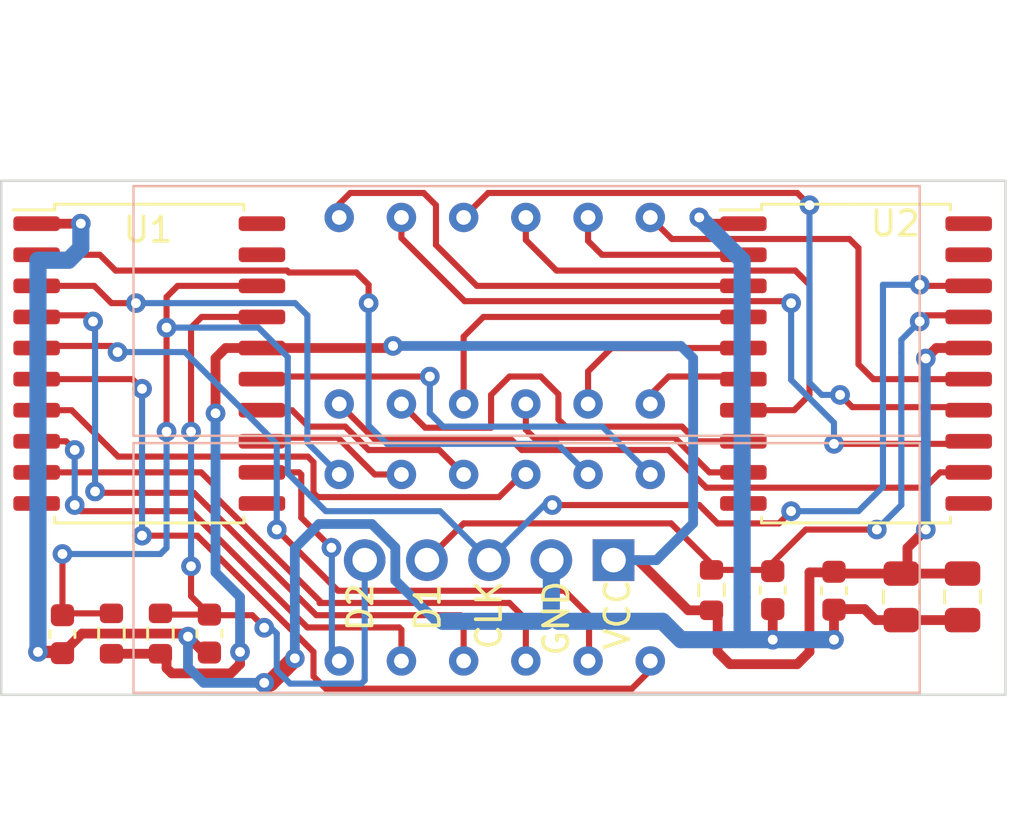
<source format=kicad_pcb>
(kicad_pcb (version 20221018) (generator pcbnew)
  (layers (0 "F.Cu" signal) (31 "B.Cu" signal) (34 "B.Paste" user) (35 "F.Paste" user) (36 "B.SilkS" user "B.Silkscreen") (37 "F.SilkS" user "F.Silkscreen") (38 "B.Mask" user) (39 "F.Mask" user) (44 "Edge.Cuts" user))
  (net 0 "")
  (net 5 "GND")
  (net 6 "CLK")
  (net 7 "DIO_1")
  (net 8 "VCC")
  (net 9 "DIO_2")
  (net 10 "Net-(LED1-E)")
  (net 11 "Net-(LED1-D)")
  (net 12 "Net-(LED1-DP)")
  (net 13 "Net-(LED1-C)")
  (net 16 "Net-(LED1-G)")
  (net 17 "Net-(LED1-DIG4)")
  (net 18 "Net-(LED1-B)")
  (net 19 "Net-(LED1-DIG3)")
  (net 20 "Net-(LED1-DIG2)")
  (net 21 "Net-(LED1-F)")
  (net 22 "Net-(LED1-A)")
  (net 25 "Net-(LED1-DIG1)")
  (net 26 "Net-(LED2-E)")
  (net 27 "Net-(LED2-D)")
  (net 28 "Net-(LED2-DP)")
  (net 29 "Net-(LED2-C)")
  (net 30 "Net-(LED2-G)")
  (net 31 "Net-(LED2-DIG4)")
  (net 32 "Net-(LED2-B)")
  (net 33 "Net-(LED2-DIG3)")
  (net 34 "Net-(LED2-DIG2)")
  (net 35 "Net-(LED2-F)")
  (net 36 "Net-(LED2-A)")
  (net 37 "Net-(LED2-DIG1)")
  (footprint "Package_SO:SOP-20_7.5x12.8mm_P1.27mm" (layer "F.Cu") (at 134.9 77.47)
    (fp_text reference "U2" (at 1.6 -5.72) (layer "F.SilkS"))
    (fp_text value "TM1637")
    (fp_line (start -3.86 -6.51) (end -3.86 -6.275) (stroke (width 0.12)) (layer "F.SilkS"))
    (fp_line (start -3.86 -6.275) (end -5.55 -6.275) (stroke (width 0.12)) (layer "F.SilkS"))
    (fp_line (start -3.86 6.51) (end -3.86 6.275) (stroke (width 0.12)) (layer "F.SilkS"))
    (fp_line (start 0 -6.51) (end -3.86 -6.51) (stroke (width 0.12)) (layer "F.SilkS"))
    (fp_line (start 0 -6.51) (end 3.86 -6.51) (stroke (width 0.12)) (layer "F.SilkS"))
    (fp_line (start 0 6.51) (end -3.86 6.51) (stroke (width 0.12)) (layer "F.SilkS"))
    (fp_line (start 0 6.51) (end 3.86 6.51) (stroke (width 0.12)) (layer "F.SilkS"))
    (fp_line (start 3.86 -6.51) (end 3.86 -6.275) (stroke (width 0.12)) (layer "F.SilkS"))
    (fp_line (start 3.86 6.51) (end 3.86 6.275) (stroke (width 0.12)) (layer "F.SilkS"))
    (pad "1" smd roundrect (at -4.6 -5.715) (size 1.9 0.6) (layers "F.Cu" "F.Paste" "F.Mask") (net 5 "GND"))
    (pad "2" smd roundrect (at -4.6 -4.445) (size 1.9 0.6) (layers "F.Cu" "F.Paste" "F.Mask") (net 22 "Net-(LED1-A)"))
    (pad "3" smd roundrect (at -4.6 -3.175) (size 1.9 0.6) (layers "F.Cu" "F.Paste" "F.Mask") (net 18 "Net-(LED1-B)"))
    (pad "4" smd roundrect (at -4.6 -1.905) (size 1.9 0.6) (layers "F.Cu" "F.Paste" "F.Mask") (net 13 "Net-(LED1-C)"))
    (pad "5" smd roundrect (at -4.6 -0.635) (size 1.9 0.6) (layers "F.Cu" "F.Paste" "F.Mask") (net 11 "Net-(LED1-D)"))
    (pad "6" smd roundrect (at -4.6 0.635) (size 1.9 0.6) (layers "F.Cu" "F.Paste" "F.Mask") (net 10 "Net-(LED1-E)"))
    (pad "7" smd roundrect (at -4.6 1.905) (size 1.9 0.6) (layers "F.Cu" "F.Paste" "F.Mask") (net 21 "Net-(LED1-F)"))
    (pad "8" smd roundrect (at -4.6 3.175) (size 1.9 0.6) (layers "F.Cu" "F.Paste" "F.Mask") (net 16 "Net-(LED1-G)"))
    (pad "9" smd roundrect (at -4.6 4.445) (size 1.9 0.6) (layers "F.Cu" "F.Paste" "F.Mask") (net 12 "Net-(LED1-DP)"))
    (pad "10" smd roundrect (at -4.6 5.715) (size 1.9 0.6) (layers "F.Cu" "F.Paste" "F.Mask"))
    (pad "11" smd roundrect (at 4.6 5.715) (size 1.9 0.6) (layers "F.Cu" "F.Paste" "F.Mask"))
    (pad "12" smd roundrect (at 4.6 4.445) (size 1.9 0.6) (layers "F.Cu" "F.Paste" "F.Mask") (net 17 "Net-(LED1-DIG4)"))
    (pad "13" smd roundrect (at 4.6 3.175) (size 1.9 0.6) (layers "F.Cu" "F.Paste" "F.Mask") (net 19 "Net-(LED1-DIG3)"))
    (pad "14" smd roundrect (at 4.6 1.905) (size 1.9 0.6) (layers "F.Cu" "F.Paste" "F.Mask") (net 20 "Net-(LED1-DIG2)"))
    (pad "15" smd roundrect (at 4.6 0.635) (size 1.9 0.6) (layers "F.Cu" "F.Paste" "F.Mask") (net 25 "Net-(LED1-DIG1)"))
    (pad "16" smd roundrect (at 4.6 -0.635) (size 1.9 0.6) (layers "F.Cu" "F.Paste" "F.Mask") (net 8 "VCC"))
    (pad "17" smd roundrect (at 4.6 -1.905) (size 1.9 0.6) (layers "F.Cu" "F.Paste" "F.Mask") (net 7 "DIO_1"))
    (pad "18" smd roundrect (at 4.6 -3.175) (size 1.9 0.6) (layers "F.Cu" "F.Paste" "F.Mask") (net 6 "CLK"))
    (pad "19" smd roundrect (at 4.6 -4.445) (size 1.9 0.6) (layers "F.Cu" "F.Paste" "F.Mask"))
    (pad "20" smd roundrect (at 4.6 -5.715) (size 1.9 0.6) (layers "F.Cu" "F.Paste" "F.Mask"))
  )
  (footprint "Capacitor_SMD:C_0603_1608Metric" (layer "F.Cu") (at 131.5 86.725 -90)
    (fp_text reference "C2" hide)
    (fp_text value "100p")
    (fp_line (start -0.14058 -0.51) (end 0.14058 -0.51) (stroke (width 0.12)) (layer "F.SilkS"))
    (fp_line (start -0.14058 0.51) (end 0.14058 0.51) (stroke (width 0.12)) (layer "F.SilkS"))
    (pad "1" smd roundrect (at -0.775 0 270) (size 0.9 0.95) (layers "F.Cu" "F.Paste" "F.Mask") (net 7 "DIO_1"))
    (pad "2" smd roundrect (at 0.775 0 270) (size 0.9 0.95) (layers "F.Cu" "F.Paste" "F.Mask") (net 5 "GND"))
  )
  (footprint "Resistor_SMD:R_0603_1608Metric" (layer "F.Cu") (at 129 86.725 90)
    (fp_text reference "R2" hide)
    (fp_text value "10k")
    (fp_line (start -0.237258 -0.5225) (end 0.237258 -0.5225) (stroke (width 0.12)) (layer "F.SilkS"))
    (fp_line (start -0.237258 0.5225) (end 0.237258 0.5225) (stroke (width 0.12)) (layer "F.SilkS"))
    (pad "1" smd roundrect (at -0.825 0 90) (size 0.8 0.95) (layers "F.Cu" "F.Paste" "F.Mask") (net 8 "VCC"))
    (pad "2" smd roundrect (at 0.825 0 90) (size 0.8 0.95) (layers "F.Cu" "F.Paste" "F.Mask") (net 7 "DIO_1"))
  )
  (footprint "Capacitor_SMD:C_0603_1608Metric" (layer "F.Cu") (at 108.5 88.5 -90)
    (fp_text reference "C8" hide)
    (fp_text value "100p")
    (fp_line (start -0.14058 -0.51) (end 0.14058 -0.51) (stroke (width 0.12)) (layer "F.SilkS"))
    (fp_line (start -0.14058 0.51) (end 0.14058 0.51) (stroke (width 0.12)) (layer "F.SilkS"))
    (pad "1" smd roundrect (at -0.775 0 270) (size 0.9 0.95) (layers "F.Cu" "F.Paste" "F.Mask") (net 9 "DIO_2"))
    (pad "2" smd roundrect (at 0.775 0 270) (size 0.9 0.95) (layers "F.Cu" "F.Paste" "F.Mask") (net 5 "GND"))
  )
  (footprint "Capacitor_SMD:C_0805_2012Metric" (layer "F.Cu") (at 136.75 87 90)
    (fp_text reference "C3" hide)
    (fp_text value "1uF")
    (fp_line (start -0.261252 -0.735) (end 0.261252 -0.735) (stroke (width 0.12)) (layer "F.SilkS"))
    (fp_line (start -0.261252 0.735) (end 0.261252 0.735) (stroke (width 0.12)) (layer "F.SilkS"))
    (pad "1" smd roundrect (at -0.95 0 90) (size 1 1.45) (layers "F.Cu" "F.Paste" "F.Mask") (net 5 "GND"))
    (pad "2" smd roundrect (at 0.95 0 90) (size 1 1.45) (layers "F.Cu" "F.Paste" "F.Mask") (net 8 "VCC"))
  )
  (footprint "Capacitor_SMD:C_0603_1608Metric" (layer "F.Cu") (at 134 86.75 90)
    (fp_text reference "C4" hide)
    (fp_text value "0,1uF")
    (fp_line (start -0.14058 -0.51) (end 0.14058 -0.51) (stroke (width 0.12)) (layer "F.SilkS"))
    (fp_line (start -0.14058 0.51) (end 0.14058 0.51) (stroke (width 0.12)) (layer "F.SilkS"))
    (pad "1" smd roundrect (at -0.775 0 90) (size 0.9 0.95) (layers "F.Cu" "F.Paste" "F.Mask") (net 5 "GND"))
    (pad "2" smd roundrect (at 0.775 0 90) (size 0.9 0.95) (layers "F.Cu" "F.Paste" "F.Mask") (net 8 "VCC"))
  )
  (footprint "Package_SO:SOP-20_7.5x12.8mm_P1.27mm" (layer "F.Cu") (at 106.045 77.47)
    (fp_text reference "U1" (at -0.045 -5.47) (layer "F.SilkS"))
    (fp_text value "TM1637")
    (fp_line (start -3.86 -6.51) (end -3.86 -6.275) (stroke (width 0.12)) (layer "F.SilkS"))
    (fp_line (start -3.86 -6.275) (end -5.55 -6.275) (stroke (width 0.12)) (layer "F.SilkS"))
    (fp_line (start -3.86 6.51) (end -3.86 6.275) (stroke (width 0.12)) (layer "F.SilkS"))
    (fp_line (start 0 -6.51) (end -3.86 -6.51) (stroke (width 0.12)) (layer "F.SilkS"))
    (fp_line (start 0 -6.51) (end 3.86 -6.51) (stroke (width 0.12)) (layer "F.SilkS"))
    (fp_line (start 0 6.51) (end -3.86 6.51) (stroke (width 0.12)) (layer "F.SilkS"))
    (fp_line (start 0 6.51) (end 3.86 6.51) (stroke (width 0.12)) (layer "F.SilkS"))
    (fp_line (start 3.86 -6.51) (end 3.86 -6.275) (stroke (width 0.12)) (layer "F.SilkS"))
    (fp_line (start 3.86 6.51) (end 3.86 6.275) (stroke (width 0.12)) (layer "F.SilkS"))
    (pad "1" smd roundrect (at -4.6 -5.715) (size 1.9 0.6) (layers "F.Cu" "F.Paste" "F.Mask") (net 5 "GND"))
    (pad "2" smd roundrect (at -4.6 -4.445) (size 1.9 0.6) (layers "F.Cu" "F.Paste" "F.Mask") (net 36 "Net-(LED2-A)"))
    (pad "3" smd roundrect (at -4.6 -3.175) (size 1.9 0.6) (layers "F.Cu" "F.Paste" "F.Mask") (net 32 "Net-(LED2-B)"))
    (pad "4" smd roundrect (at -4.6 -1.905) (size 1.9 0.6) (layers "F.Cu" "F.Paste" "F.Mask") (net 29 "Net-(LED2-C)"))
    (pad "5" smd roundrect (at -4.6 -0.635) (size 1.9 0.6) (layers "F.Cu" "F.Paste" "F.Mask") (net 27 "Net-(LED2-D)"))
    (pad "6" smd roundrect (at -4.6 0.635) (size 1.9 0.6) (layers "F.Cu" "F.Paste" "F.Mask") (net 26 "Net-(LED2-E)"))
    (pad "7" smd roundrect (at -4.6 1.905) (size 1.9 0.6) (layers "F.Cu" "F.Paste" "F.Mask") (net 35 "Net-(LED2-F)"))
    (pad "8" smd roundrect (at -4.6 3.175) (size 1.9 0.6) (layers "F.Cu" "F.Paste" "F.Mask") (net 30 "Net-(LED2-G)"))
    (pad "9" smd roundrect (at -4.6 4.445) (size 1.9 0.6) (layers "F.Cu" "F.Paste" "F.Mask") (net 28 "Net-(LED2-DP)"))
    (pad "10" smd roundrect (at -4.6 5.715) (size 1.9 0.6) (layers "F.Cu" "F.Paste" "F.Mask"))
    (pad "11" smd roundrect (at 4.6 5.715) (size 1.9 0.6) (layers "F.Cu" "F.Paste" "F.Mask"))
    (pad "12" smd roundrect (at 4.6 4.445) (size 1.9 0.6) (layers "F.Cu" "F.Paste" "F.Mask") (net 31 "Net-(LED2-DIG4)"))
    (pad "13" smd roundrect (at 4.6 3.175) (size 1.9 0.6) (layers "F.Cu" "F.Paste" "F.Mask") (net 33 "Net-(LED2-DIG3)"))
    (pad "14" smd roundrect (at 4.6 1.905) (size 1.9 0.6) (layers "F.Cu" "F.Paste" "F.Mask") (net 34 "Net-(LED2-DIG2)"))
    (pad "15" smd roundrect (at 4.6 0.635) (size 1.9 0.6) (layers "F.Cu" "F.Paste" "F.Mask") (net 37 "Net-(LED2-DIG1)"))
    (pad "16" smd roundrect (at 4.6 -0.635) (size 1.9 0.6) (layers "F.Cu" "F.Paste" "F.Mask") (net 8 "VCC"))
    (pad "17" smd roundrect (at 4.6 -1.905) (size 1.9 0.6) (layers "F.Cu" "F.Paste" "F.Mask") (net 9 "DIO_2"))
    (pad "18" smd roundrect (at 4.6 -3.175) (size 1.9 0.6) (layers "F.Cu" "F.Paste" "F.Mask") (net 6 "CLK"))
    (pad "19" smd roundrect (at 4.6 -4.445) (size 1.9 0.6) (layers "F.Cu" "F.Paste" "F.Mask"))
    (pad "20" smd roundrect (at 4.6 -5.715) (size 1.9 0.6) (layers "F.Cu" "F.Paste" "F.Mask"))
  )
  (footprint "Capacitor_SMD:C_0805_2012Metric" (layer "F.Cu") (at 139.25 87 90)
    (fp_text reference "C5" hide)
    (fp_text value "1uF")
    (fp_line (start -0.261252 -0.735) (end 0.261252 -0.735) (stroke (width 0.12)) (layer "F.SilkS"))
    (fp_line (start -0.261252 0.735) (end 0.261252 0.735) (stroke (width 0.12)) (layer "F.SilkS"))
    (pad "1" smd roundrect (at -0.95 0 90) (size 1 1.45) (layers "F.Cu" "F.Paste" "F.Mask") (net 5 "GND"))
    (pad "2" smd roundrect (at 0.95 0 90) (size 1 1.45) (layers "F.Cu" "F.Paste" "F.Mask") (net 8 "VCC"))
  )
  (footprint "Resistor_SMD:R_0603_1608Metric" (layer "F.Cu") (at 104.5 88.5 90)
    (fp_text reference "R1" hide)
    (fp_text value "10k")
    (fp_line (start -0.237258 -0.5225) (end 0.237258 -0.5225) (stroke (width 0.12)) (layer "F.SilkS"))
    (fp_line (start -0.237258 0.5225) (end 0.237258 0.5225) (stroke (width 0.12)) (layer "F.SilkS"))
    (pad "1" smd roundrect (at -0.825 0 90) (size 0.8 0.95) (layers "F.Cu" "F.Paste" "F.Mask") (net 8 "VCC"))
    (pad "2" smd roundrect (at 0.825 0 90) (size 0.8 0.95) (layers "F.Cu" "F.Paste" "F.Mask") (net 6 "CLK"))
  )
  (footprint "Capacitor_SMD:C_0603_1608Metric" (layer "F.Cu") (at 102.5 88.525 90)
    (fp_text reference "C1" hide)
    (fp_text value "100p")
    (fp_line (start -0.14058 -0.51) (end 0.14058 -0.51) (stroke (width 0.12)) (layer "F.SilkS"))
    (fp_line (start -0.14058 0.51) (end 0.14058 0.51) (stroke (width 0.12)) (layer "F.SilkS"))
    (pad "1" smd roundrect (at -0.775 0 90) (size 0.9 0.95) (layers "F.Cu" "F.Paste" "F.Mask") (net 5 "GND"))
    (pad "2" smd roundrect (at 0.775 0 90) (size 0.9 0.95) (layers "F.Cu" "F.Paste" "F.Mask") (net 6 "CLK"))
  )
  (footprint "Connector_PinHeader_2.54mm:PinHeader_1x05_P2.54mm_Horizontal" (layer "F.Cu") (at 125 85.5 -90)
    (fp_text reference "J1" hide)
    (fp_text value "Conn_01x05_Pin")
    (pad "1" thru_hole rect (at 0 0 270) (size 1.7 1.7) (drill 1) (layers "*.Cu" "*.Mask") (net 8 "VCC"))
    (pad "2" thru_hole oval (at 0 2.54 270) (size 1.7 1.7) (drill 1) (layers "*.Cu" "*.Mask") (net 5 "GND"))
    (pad "3" thru_hole oval (at 0 5.08 270) (size 1.7 1.7) (drill 1) (layers "*.Cu" "*.Mask") (net 6 "CLK"))
    (pad "4" thru_hole oval (at 0 7.62 270) (size 1.7 1.7) (drill 1) (layers "*.Cu" "*.Mask") (net 7 "DIO_1"))
    (pad "5" thru_hole oval (at 0 10.16 270) (size 1.7 1.7) (drill 1) (layers "*.Cu" "*.Mask") (net 9 "DIO_2"))
  )
  (footprint "Resistor_SMD:R_0603_1608Metric" (layer "F.Cu") (at 106.5 88.5 90)
    (fp_text reference "R4" hide)
    (fp_text value "10k")
    (fp_line (start -0.237258 -0.5225) (end 0.237258 -0.5225) (stroke (width 0.12)) (layer "F.SilkS"))
    (fp_line (start -0.237258 0.5225) (end 0.237258 0.5225) (stroke (width 0.12)) (layer "F.SilkS"))
    (pad "1" smd roundrect (at -0.825 0 90) (size 0.8 0.95) (layers "F.Cu" "F.Paste" "F.Mask") (net 8 "VCC"))
    (pad "2" smd roundrect (at 0.825 0 90) (size 0.8 0.95) (layers "F.Cu" "F.Paste" "F.Mask") (net 9 "DIO_2"))
  )
  (footprint "7segment_2841BS:2841BS" (layer "B.Cu") (at 126.5 89.62 180)
    (fp_text reference "LED2" hide)
    (fp_text value "2841BS")
    (fp_line (start -11 -1.3) (end 5 -1.3) (stroke (width 0.1)) (layer "B.SilkS"))
    (fp_line (start -11 8.9) (end -11 -1.3) (stroke (width 0.1)) (layer "B.SilkS"))
    (fp_line (start 5 -1.3) (end 21.1 -1.3) (stroke (width 0.1)) (layer "B.SilkS"))
    (fp_line (start 21.1 -1.3) (end 21.1 8.9) (stroke (width 0.1)) (layer "B.SilkS"))
    (fp_line (start 21.1 8.9) (end -11 8.9) (stroke (width 0.1)) (layer "B.SilkS"))
    (pad "1" thru_hole circle (at 0 0 180) (size 1.2 1.2) (drill 0.6) (layers "*.Cu" "*.Mask") (net 26 "Net-(LED2-E)"))
    (pad "2" thru_hole circle (at 2.54 0 180) (size 1.2 1.2) (drill 0.6) (layers "*.Cu" "*.Mask") (net 27 "Net-(LED2-D)"))
    (pad "3" thru_hole circle (at 5.08 0 180) (size 1.2 1.2) (drill 0.6) (layers "*.Cu" "*.Mask") (net 28 "Net-(LED2-DP)"))
    (pad "4" thru_hole circle (at 7.62 0 180) (size 1.2 1.2) (drill 0.6) (layers "*.Cu" "*.Mask") (net 29 "Net-(LED2-C)"))
    (pad "5" thru_hole circle (at 10.16 0 180) (size 1.2 1.2) (drill 0.6) (layers "*.Cu" "*.Mask") (net 30 "Net-(LED2-G)"))
    (pad "6" thru_hole circle (at 12.7 0 180) (size 1.2 1.2) (drill 0.6) (layers "*.Cu" "*.Mask") (net 31 "Net-(LED2-DIG4)"))
    (pad "7" thru_hole circle (at 12.7 7.62 180) (size 1.2 1.2) (drill 0.6) (layers "*.Cu" "*.Mask") (net 32 "Net-(LED2-B)"))
    (pad "8" thru_hole circle (at 10.16 7.62 180) (size 1.2 1.2) (drill 0.6) (layers "*.Cu" "*.Mask") (net 33 "Net-(LED2-DIG3)"))
    (pad "9" thru_hole circle (at 7.62 7.62 180) (size 1.2 1.2) (drill 0.6) (layers "*.Cu" "*.Mask") (net 34 "Net-(LED2-DIG2)"))
    (pad "10" thru_hole circle (at 5.08 7.62 180) (size 1.2 1.2) (drill 0.6) (layers "*.Cu" "*.Mask") (net 35 "Net-(LED2-F)"))
    (pad "11" thru_hole circle (at 2.54 7.62 180) (size 1.2 1.2) (drill 0.6) (layers "*.Cu" "*.Mask") (net 36 "Net-(LED2-A)"))
    (pad "12" thru_hole circle (at 0 7.62 180) (size 1.2 1.2) (drill 0.6) (layers "*.Cu" "*.Mask") (net 37 "Net-(LED2-DIG1)"))
  )
  (footprint "7segment_2841BS:2841BS" (layer "B.Cu") (at 126.5 79.12 180)
    (fp_text reference "LED1" hide)
    (fp_text value "2841BS")
    (fp_line (start -11 -1.3) (end 5 -1.3) (stroke (width 0.1)) (layer "B.SilkS"))
    (fp_line (start -11 8.9) (end -11 -1.3) (stroke (width 0.1)) (layer "B.SilkS"))
    (fp_line (start 5 -1.3) (end 21.1 -1.3) (stroke (width 0.1)) (layer "B.SilkS"))
    (fp_line (start 21.1 -1.3) (end 21.1 8.9) (stroke (width 0.1)) (layer "B.SilkS"))
    (fp_line (start 21.1 8.9) (end -11 8.9) (stroke (width 0.1)) (layer "B.SilkS"))
    (pad "1" thru_hole circle (at 0 0 180) (size 1.2 1.2) (drill 0.6) (layers "*.Cu" "*.Mask") (net 10 "Net-(LED1-E)"))
    (pad "2" thru_hole circle (at 2.54 0 180) (size 1.2 1.2) (drill 0.6) (layers "*.Cu" "*.Mask") (net 11 "Net-(LED1-D)"))
    (pad "3" thru_hole circle (at 5.08 0 180) (size 1.2 1.2) (drill 0.6) (layers "*.Cu" "*.Mask") (net 12 "Net-(LED1-DP)"))
    (pad "4" thru_hole circle (at 7.62 0 180) (size 1.2 1.2) (drill 0.6) (layers "*.Cu" "*.Mask") (net 13 "Net-(LED1-C)"))
    (pad "5" thru_hole circle (at 10.16 0 180) (size 1.2 1.2) (drill 0.6) (layers "*.Cu" "*.Mask") (net 16 "Net-(LED1-G)"))
    (pad "6" thru_hole circle (at 12.7 0 180) (size 1.2 1.2) (drill 0.6) (layers "*.Cu" "*.Mask") (net 17 "Net-(LED1-DIG4)"))
    (pad "7" thru_hole circle (at 12.7 7.62 180) (size 1.2 1.2) (drill 0.6) (layers "*.Cu" "*.Mask") (net 18 "Net-(LED1-B)"))
    (pad "8" thru_hole circle (at 10.16 7.62 180) (size 1.2 1.2) (drill 0.6) (layers "*.Cu" "*.Mask") (net 19 "Net-(LED1-DIG3)"))
    (pad "9" thru_hole circle (at 7.62 7.62 180) (size 1.2 1.2) (drill 0.6) (layers "*.Cu" "*.Mask") (net 20 "Net-(LED1-DIG2)"))
    (pad "10" thru_hole circle (at 5.08 7.62 180) (size 1.2 1.2) (drill 0.6) (layers "*.Cu" "*.Mask") (net 21 "Net-(LED1-F)"))
    (pad "11" thru_hole circle (at 2.54 7.62 180) (size 1.2 1.2) (drill 0.6) (layers "*.Cu" "*.Mask") (net 22 "Net-(LED1-A)"))
    (pad "12" thru_hole circle (at 0 7.62 180) (size 1.2 1.2) (drill 0.6) (layers "*.Cu" "*.Mask") (net 25 "Net-(LED1-DIG1)"))
  )
  (gr_rect (start 100 70) (end 141 91) (stroke (width 0.1)) (fill none) (layer "Edge.Cuts"))
  (gr_text "GND" (at 123.25 89.5 90) (layer "F.SilkS") (effects (font (size 1 1)) (justify left bottom)))
  (gr_text "D1" (at 118 88.5 90) (layer "F.SilkS") (effects (font (size 1 1)) (justify left bottom)))
  (gr_text "CLK" (at 120.5 89.25 90) (layer "F.SilkS") (effects (font (size 1 1)) (justify left bottom)))
  (gr_text "VCC" (at 125.75 89.25 90) (layer "F.SilkS") (effects (font (size 1 1)) (justify left bottom)))
  (gr_text "D2" (at 115.25 88.5 90) (layer "F.SilkS") (effects (font (size 1 1)) (justify left bottom)))
  (segment (start 128.755 71.755) (end 128.5 71.5) (width 0.25) (layer "F.Cu") (net 5))
  (segment (start 101.445 71.755) (end 103.245 71.755) (width 0.4) (layer "F.Cu") (net 5))
  (segment (start 131.5 87.75) (end 131.25 87.5) (width 0.4) (layer "F.Cu") (net 5))
  (segment (start 108.5 89.275) (end 108.275 89.275) (width 0.25) (layer "F.Cu") (net 5))
  (segment (start 135.7 87.95) (end 135.25 87.5) (width 0.4) (layer "F.Cu") (net 5))
  (segment (start 111.987701 89.512299) (end 110.987701 90.512299) (width 0.7) (layer "F.Cu") (net 5))
  (segment (start 135.25 87.5) (end 134.025 87.5) (width 0.4) (layer "F.Cu") (net 5))
  (segment (start 134.025 87.5) (end 134 87.525) (width 0.25) (layer "F.Cu") (net 5))
  (segment (start 134 88.75) (end 134 87.525) (width 0.4) (layer "F.Cu") (net 5))
  (segment (start 110.987701 90.512299) (end 110.737701 90.512299) (width 0.7) (layer "F.Cu") (net 5))
  (segment (start 103.3 88.5) (end 102.5 89.3) (width 0.4) (layer "F.Cu") (net 5))
  (segment (start 136.75 87.95) (end 135.7 87.95) (width 0.4) (layer "F.Cu") (net 5))
  (segment (start 131.5 88.75) (end 131.5 87.75) (width 0.4) (layer "F.Cu") (net 5))
  (segment (start 139.25 87.95) (end 136.75 87.95) (width 0.4) (layer "F.Cu") (net 5))
  (segment (start 103.245 71.755) (end 103.25 71.75) (width 0.25) (layer "F.Cu") (net 5))
  (segment (start 130.3 71.755) (end 128.755 71.755) (width 0.4) (layer "F.Cu") (net 5))
  (segment (start 108.275 89.275) (end 107.625 88.625) (width 0.4) (layer "F.Cu") (net 5))
  (segment (start 107.625 88.625) (end 107.5 88.5) (width 0.4) (layer "F.Cu") (net 5))
  (segment (start 101.5 89.25) (end 102.45 89.25) (width 0.5) (layer "F.Cu") (net 5))
  (segment (start 102.45 89.25) (end 102.5 89.3) (width 0.7) (layer "F.Cu") (net 5))
  (segment (start 107.5 88.5) (end 103.3 88.5) (width 0.4) (layer "F.Cu") (net 5))
  (via (at 101.5 89.25) (size 0.8) (drill 0.4) (layers "F.Cu" "B.Cu") (net 5))
  (via (at 107.625 88.625) (size 0.8) (drill 0.4) (layers "F.Cu" "B.Cu") (net 5))
  (via (at 110.737701 90.512299) (size 0.8) (drill 0.4) (layers "F.Cu" "B.Cu") (net 5))
  (via (at 131.5 88.75) (size 0.8) (drill 0.4) (layers "F.Cu" "B.Cu") (net 5))
  (via (at 103.25 71.75) (size 0.8) (drill 0.4) (layers "F.Cu" "B.Cu") (net 5))
  (via (at 128.5 71.5) (size 0.8) (drill 0.4) (layers "F.Cu" "B.Cu") (net 5))
  (via (at 111.987701 89.512299) (size 0.8) (drill 0.4) (layers "F.Cu" "B.Cu") (net 5))
  (via (at 134 88.75) (size 0.8) (drill 0.4) (layers "F.Cu" "B.Cu") (net 5))
  (segment (start 122.5 87.75) (end 122.46 87.79) (width 0.4) (layer "B.Cu") (net 5))
  (segment (start 130.25 87) (end 130.25 88.75) (width 0.7) (layer "B.Cu") (net 5))
  (segment (start 130.25 73.25) (end 130.25 87) (width 0.7) (layer "B.Cu") (net 5))
  (segment (start 131.5 88.75) (end 134 88.75) (width 0.7) (layer "B.Cu") (net 5))
  (segment (start 111.987701 85.012299) (end 111.987701 89.512299) (width 0.4) (layer "B.Cu") (net 5))
  (segment (start 118.028299 88) (end 117.76415 88) (width 0.4) (layer "B.Cu") (net 5))
  (segment (start 130.25 88.75) (end 131.5 88.75) (width 0.4) (layer "B.Cu") (net 5))
  (segment (start 122.25 88) (end 118.028299 88) (width 0.7) (layer "B.Cu") (net 5))
  (segment (start 127 88) (end 122.75 88) (width 0.7) (layer "B.Cu") (net 5))
  (segment (start 112.975 84.025) (end 111.987701 85.012299) (width 0.4) (layer "B.Cu") (net 5))
  (segment (start 110.737701 90.512299) (end 108.262299 90.512299) (width 0.4) (layer "B.Cu") (net 5))
  (segment (start 101.5 73.25) (end 102.75 73.25) (width 0.7) (layer "B.Cu") (net 5))
  (segment (start 102.75 73.25) (end 103.25 72.75) (width 0.7) (layer "B.Cu") (net 5))
  (segment (start 122.46 87.79) (end 122.25 88) (width 0.4) (layer "B.Cu") (net 5))
  (segment (start 116.09 86.32585) (end 116.09 84.982233) (width 0.4) (layer "B.Cu") (net 5))
  (segment (start 101.5 89.25) (end 101.5 73.25) (width 0.7) (layer "B.Cu") (net 5))
  (segment (start 116.09 84.982233) (end 115.132767 84.025) (width 0.4) (layer "B.Cu") (net 5))
  (segment (start 107.625 89.875) (end 107.625 88.625) (width 0.4) (layer "B.Cu") (net 5))
  (segment (start 108.262299 90.512299) (end 107.625 89.875) (width 0.4) (layer "B.Cu") (net 5))
  (segment (start 122.46 85.5) (end 122.46 87.79) (width 0.7) (layer "B.Cu") (net 5))
  (segment (start 115.132767 84.025) (end 112.975 84.025) (width 0.4) (layer "B.Cu") (net 5))
  (segment (start 117.76415 88) (end 116.09 86.32585) (width 0.4) (layer "B.Cu") (net 5))
  (segment (start 103.25 72.75) (end 103.25 71.75) (width 0.7) (layer "B.Cu") (net 5))
  (segment (start 128.5 71.5) (end 130.25 73.25) (width 0.7) (layer "B.Cu") (net 5))
  (segment (start 127.75 88.75) (end 127 88) (width 0.7) (layer "B.Cu") (net 5))
  (segment (start 131.5 88.75) (end 127.75 88.75) (width 0.7) (layer "B.Cu") (net 5))
  (segment (start 139.5 74.295) (end 137.545 74.295) (width 0.25) (layer "F.Cu") (net 6))
  (segment (start 129.25 84) (end 131.75 84) (width 0.25) (layer "F.Cu") (net 6))
  (segment (start 102.575 87.675) (end 102.5 87.75) (width 0.25) (layer "F.Cu") (net 6))
  (segment (start 137.545 74.295) (end 137.5 74.25) (width 0.25) (layer "F.Cu") (net 6))
  (segment (start 131.75 84) (end 132.25 83.5) (width 0.25) (layer "F.Cu") (net 6))
  (segment (start 104.5 87.675) (end 102.575 87.675) (width 0.25) (layer "F.Cu") (net 6))
  (segment (start 106.75 76) (end 106.75 80.25) (width 0.25) (layer "F.Cu") (net 6))
  (segment (start 110.645 74.295) (end 107.205 74.295) (width 0.25) (layer "F.Cu") (net 6))
  (segment (start 102.5 85.25) (end 102.5 87.75) (width 0.25) (layer "F.Cu") (net 6))
  (segment (start 128.5 83.25) (end 129.25 84) (width 0.25) (layer "F.Cu") (net 6))
  (segment (start 106.75 74.75) (end 106.75 76) (width 0.25) (layer "F.Cu") (net 6))
  (segment (start 107 74.5) (end 106.75 74.75) (width 0.25) (layer "F.Cu") (net 6))
  (segment (start 122.5 83.25) (end 128.5 83.25) (width 0.25) (layer "F.Cu") (net 6))
  (segment (start 107.205 74.295) (end 107 74.5) (width 0.25) (layer "F.Cu") (net 6))
  (via (at 106.75 80.25) (size 0.8) (drill 0.4) (layers "F.Cu" "B.Cu") (net 6))
  (via (at 102.5 85.25) (size 0.8) (drill 0.4) (layers "F.Cu" "B.Cu") (net 6))
  (via (at 106.75 76) (size 0.8) (drill 0.4) (layers "F.Cu" "B.Cu") (net 6))
  (via (at 122.5 83.25) (size 0.8) (drill 0.4) (layers "F.Cu" "B.Cu") (net 6))
  (via (at 137.5 74.25) (size 0.8) (drill 0.4) (layers "F.Cu" "B.Cu") (net 6))
  (via (at 132.25 83.5) (size 0.8) (drill 0.4) (layers "F.Cu" "B.Cu") (net 6))
  (segment (start 111.7 81.95) (end 111.7 77.2) (width 0.25) (layer "B.Cu") (net 6))
  (segment (start 119.92 85.5) (end 122.17 83.25) (width 0.25) (layer "B.Cu") (net 6))
  (segment (start 136 74.25) (end 136 82.5) (width 0.25) (layer "B.Cu") (net 6))
  (segment (start 106.5 85.25) (end 102.5 85.25) (width 0.25) (layer "B.Cu") (net 6))
  (segment (start 106.75 85) (end 106.5 85.25) (width 0.25) (layer "B.Cu") (net 6))
  (segment (start 137.5 74.25) (end 136 74.25) (width 0.25) (layer "B.Cu") (net 6))
  (segment (start 136 82.5) (end 135 83.5) (width 0.25) (layer "B.Cu") (net 6))
  (segment (start 119.92 85.5) (end 117.92 83.5) (width 0.25) (layer "B.Cu") (net 6))
  (segment (start 113.25 83.5) (end 111.7 81.95) (width 0.25) (layer "B.Cu") (net 6))
  (segment (start 135 83.5) (end 132.25 83.5) (width 0.25) (layer "B.Cu") (net 6))
  (segment (start 111.7 77.2) (end 110.5 76) (width 0.25) (layer "B.Cu") (net 6))
  (segment (start 106.75 80.25) (end 106.75 85) (width 0.25) (layer "B.Cu") (net 6))
  (segment (start 110.5 76) (end 106.75 76) (width 0.25) (layer "B.Cu") (net 6))
  (segment (start 117.92 83.5) (end 113.25 83.5) (width 0.25) (layer "B.Cu") (net 6))
  (segment (start 122.17 83.25) (end 122.5 83.25) (width 0.25) (layer "B.Cu") (net 6))
  (segment (start 137.75 75.5) (end 139.435 75.5) (width 0.25) (layer "F.Cu") (net 7))
  (segment (start 137.5 75.75) (end 137.75 75.5) (width 0.25) (layer "F.Cu") (net 7))
  (segment (start 127.35 84) (end 118.88 84) (width 0.25) (layer "F.Cu") (net 7))
  (segment (start 129.25 85.9) (end 127.35 84) (width 0.25) (layer "F.Cu") (net 7))
  (segment (start 132.85 84.25) (end 131.2 85.9) (width 0.25) (layer "F.Cu") (net 7))
  (segment (start 135.75 84.25) (end 132.85 84.25) (width 0.25) (layer "F.Cu") (net 7))
  (segment (start 118.88 84) (end 117.38 85.5) (width 0.25) (layer "F.Cu") (net 7))
  (segment (start 139.435 75.5) (end 139.5 75.565) (width 0.25) (layer "F.Cu") (net 7))
  (segment (start 131.2 85.9) (end 129.25 85.9) (width 0.25) (layer "F.Cu") (net 7))
  (via (at 135.75 84.25) (size 0.8) (drill 0.4) (layers "F.Cu" "B.Cu") (net 7))
  (via (at 137.5 75.75) (size 0.8) (drill 0.4) (layers "F.Cu" "B.Cu") (net 7))
  (segment (start 136.75 83.25) (end 135.75 84.25) (width 0.25) (layer "B.Cu") (net 7))
  (segment (start 137.5 75.75) (end 136.75 76.5) (width 0.25) (layer "B.Cu") (net 7))
  (segment (start 136.75 77) (end 136.75 83.25) (width 0.25) (layer "B.Cu") (net 7))
  (segment (start 136.75 76.5) (end 136.75 77) (width 0.25) (layer "B.Cu") (net 7))
  (segment (start 106.75 89.9125) (end 106.75 89.575) (width 0.4) (layer "F.Cu") (net 8))
  (segment (start 125 85.5) (end 126 85.5) (width 0.4) (layer "F.Cu") (net 8))
  (segment (start 109.75 89.75) (end 109.375 90.125) (width 0.4) (layer "F.Cu") (net 8))
  (segment (start 129.25 89.25) (end 129.75 89.75) (width 0.4) (layer "F.Cu") (net 8))
  (segment (start 137.75 84.25) (end 137 85) (width 0.4) (layer "F.Cu") (net 8))
  (segment (start 126 85.5) (end 128.05 87.55) (width 0.4) (layer "F.Cu") (net 8))
  (segment (start 132.5 89.75) (end 133 89.25) (width 0.4) (layer "F.Cu") (net 8))
  (segment (start 137.75 77.262299) (end 138.177299 76.835) (width 0.4) (layer "F.Cu") (net 8))
  (segment (start 109 77) (end 108.75 77.25) (width 0.4) (layer "F.Cu") (net 8))
  (segment (start 110.645 76.835) (end 109.165 76.835) (width 0.4) (layer "F.Cu") (net 8))
  (segment (start 138.177299 76.835) (end 139.5 76.835) (width 0.4) (layer "F.Cu") (net 8))
  (segment (start 133 86) (end 134.025 86) (width 0.4) (layer "F.Cu") (net 8))
  (segment (start 106.5 89.325) (end 104.5 89.325) (width 0.4) (layer "F.Cu") (net 8))
  (segment (start 134.075 86.05) (end 134 85.975) (width 0.25) (layer "F.Cu") (net 8))
  (segment (start 106.75 89.575) (end 106.5 89.325) (width 0.25) (layer "F.Cu") (net 8))
  (segment (start 109.375 90.125) (end 106.9625 90.125) (width 0.4) (layer "F.Cu") (net 8))
  (segment (start 139.25 86.05) (end 136.75 86.05) (width 0.4) (layer "F.Cu") (net 8))
  (segment (start 129.25 87.55) (end 129.25 89.25) (width 0.4) (layer "F.Cu") (net 8))
  (segment (start 137 85) (end 137 85.8) (width 0.4) (layer "F.Cu") (net 8))
  (segment (start 128.05 87.55) (end 129.25 87.55) (width 0.4) (layer "F.Cu") (net 8))
  (segment (start 106.9625 90.125) (end 106.75 89.9125) (width 0.4) (layer "F.Cu") (net 8))
  (segment (start 109.75 89.25) (end 109.75 89.75) (width 0.4) (layer "F.Cu") (net 8))
  (segment (start 110.645 76.835) (end 115.915 76.835) (width 0.4) (layer "F.Cu") (net 8))
  (segment (start 109.165 76.835) (end 109 77) (width 0.4) (layer "F.Cu") (net 8))
  (segment (start 137 85.8) (end 136.75 86.05) (width 0.25) (layer "F.Cu") (net 8))
  (segment (start 134.075 86.05) (end 134.025 86) (width 0.25) (layer "F.Cu") (net 8))
  (segment (start 115.915 76.835) (end 116 76.75) (width 0.4) (layer "F.Cu") (net 8))
  (segment (start 136.75 86.05) (end 134.075 86.05) (width 0.4) (layer "F.Cu") (net 8))
  (segment (start 108.75 77.25) (end 108.75 79.5) (width 0.4) (layer "F.Cu") (net 8))
  (segment (start 129.75 89.75) (end 132.5 89.75) (width 0.4) (layer "F.Cu") (net 8))
  (segment (start 133 89.25) (end 133 86) (width 0.4) (layer "F.Cu") (net 8))
  (via (at 108.75 79.5) (size 0.8) (drill 0.4) (layers "F.Cu" "B.Cu") (net 8))
  (via (at 137.75 84.25) (size 0.8) (drill 0.4) (layers "F.Cu" "B.Cu") (net 8))
  (via (at 137.75 77.262299) (size 0.8) (drill 0.4) (layers "F.Cu" "B.Cu") (net 8))
  (via (at 116 76.75) (size 0.8) (drill 0.4) (layers "F.Cu" "B.Cu") (net 8))
  (via (at 109.75 89.25) (size 0.8) (drill 0.4) (layers "F.Cu" "B.Cu") (net 8))
  (segment (start 109.75 89.25) (end 109.75 87) (width 0.4) (layer "B.Cu") (net 8))
  (segment (start 108.75 86) (end 108.75 79.5) (width 0.4) (layer "B.Cu") (net 8))
  (segment (start 127.75 76.75) (end 128.25 77.25) (width 0.4) (layer "B.Cu") (net 8))
  (segment (start 137.75 84.25) (end 137.75 77.262299) (width 0.4) (layer "B.Cu") (net 8))
  (segment (start 128.25 84) (end 126.75 85.5) (width 0.4) (layer "B.Cu") (net 8))
  (segment (start 126.75 85.5) (end 125 85.5) (width 0.4) (layer "B.Cu") (net 8))
  (segment (start 109.75 87) (end 108.75 86) (width 0.4) (layer "B.Cu") (net 8))
  (segment (start 128.25 77.25) (end 128.25 84) (width 0.4) (layer "B.Cu") (net 8))
  (segment (start 116 76.75) (end 127.75 76.75) (width 0.4) (layer "B.Cu") (net 8))
  (segment (start 108.525 87.75) (end 108.5 87.725) (width 0.25) (layer "F.Cu") (net 9))
  (segment (start 107.75 76) (end 108.185 75.565) (width 0.25) (layer "F.Cu") (net 9))
  (segment (start 106.55 87.725) (end 106.5 87.675) (width 0.25) (layer "F.Cu") (net 9))
  (segment (start 108.185 75.565) (end 110.645 75.565) (width 0.25) (layer "F.Cu") (net 9))
  (segment (start 110.737701 88.237701) (end 110.25 87.75) (width 0.25) (layer "F.Cu") (net 9))
  (segment (start 107.75 86.975) (end 108.5 87.725) (width 0.25) (layer "F.Cu") (net 9))
  (segment (start 110.737701 88.262299) (end 110.737701 88.237701) (width 0.25) (layer "F.Cu") (net 9))
  (segment (start 107.75 85.75) (end 107.75 86.975) (width 0.25) (layer "F.Cu") (net 9))
  (segment (start 108.5 87.725) (end 106.55 87.725) (width 0.25) (layer "F.Cu") (net 9))
  (segment (start 107.75 80.25) (end 107.75 76) (width 0.25) (layer "F.Cu") (net 9))
  (segment (start 110.25 87.75) (end 108.525 87.75) (width 0.25) (layer "F.Cu") (net 9))
  (via (at 107.75 80.25) (size 0.8) (drill 0.4) (layers "F.Cu" "B.Cu") (net 9))
  (via (at 110.737701 88.262299) (size 0.8) (drill 0.4) (layers "F.Cu" "B.Cu") (net 9))
  (via (at 107.75 85.75) (size 0.8) (drill 0.4) (layers "F.Cu" "B.Cu") (net 9))
  (segment (start 114.84 90.41) (end 114.84 85.5) (width 0.25) (layer "B.Cu") (net 9))
  (segment (start 110.938701 88.262299) (end 110.737701 88.262299) (width 0.25) (layer "B.Cu") (net 9))
  (segment (start 111.795 90.545) (end 114.705 90.545) (width 0.25) (layer "B.Cu") (net 9))
  (segment (start 110.9755 88.2255) (end 110.938701 88.262299) (width 0.25) (layer "B.Cu") (net 9))
  (segment (start 114.705 90.545) (end 114.84 90.41) (width 0.25) (layer "B.Cu") (net 9))
  (segment (start 111.25 88.5) (end 111.25 90) (width 0.25) (layer "B.Cu") (net 9))
  (segment (start 110.9755 88.2255) (end 111.25 88.5) (width 0.25) (layer "B.Cu") (net 9))
  (segment (start 111.25 90) (end 111.795 90.545) (width 0.25) (layer "B.Cu") (net 9))
  (segment (start 107.75 85.75) (end 107.75 80.25) (width 0.25) (layer "B.Cu") (net 9))
  (segment (start 130.195 78) (end 130.3 78.105) (width 0.25) (layer "F.Cu") (net 10))
  (segment (start 126.5 78.75) (end 127.25 78) (width 0.25) (layer "F.Cu") (net 10))
  (segment (start 127.25 78) (end 130.195 78) (width 0.25) (layer "F.Cu") (net 10))
  (segment (start 126.5 79.12) (end 126.5 78.75) (width 0.25) (layer "F.Cu") (net 10))
  (segment (start 123.96 77.79) (end 124.915 76.835) (width 0.25) (layer "F.Cu") (net 11))
  (segment (start 123.96 79.12) (end 123.96 77.79) (width 0.25) (layer "F.Cu") (net 11))
  (segment (start 124.915 76.835) (end 130.3 76.835) (width 0.25) (layer "F.Cu") (net 11))
  (segment (start 121.42 80.17) (end 121.42 79.12) (width 0.25) (layer "F.Cu") (net 12))
  (segment (start 128.915 81.915) (end 127.5 80.5) (width 0.25) (layer "F.Cu") (net 12))
  (segment (start 121.75 80.5) (end 121.42 80.17) (width 0.25) (layer "F.Cu") (net 12))
  (segment (start 130.3 81.915) (end 128.915 81.915) (width 0.25) (layer "F.Cu") (net 12))
  (segment (start 127.5 80.5) (end 121.75 80.5) (width 0.25) (layer "F.Cu") (net 12))
  (segment (start 118.88 79.12) (end 118.88 76.37) (width 0.25) (layer "F.Cu") (net 13))
  (segment (start 118.88 76.37) (end 119.685 75.565) (width 0.25) (layer "F.Cu") (net 13))
  (segment (start 119.685 75.565) (end 130.3 75.565) (width 0.25) (layer "F.Cu") (net 13))
  (segment (start 117.31 80.09) (end 116.34 79.12) (width 0.25) (layer "F.Cu") (net 16))
  (segment (start 127.795 80.045) (end 123.045 80.045) (width 0.25) (layer "F.Cu") (net 16))
  (segment (start 130.3 80.645) (end 128.395 80.645) (width 0.25) (layer "F.Cu") (net 16))
  (segment (start 128.395 80.645) (end 127.795 80.045) (width 0.25) (layer "F.Cu") (net 16))
  (segment (start 120 80.09) (end 117.31 80.09) (width 0.25) (layer "F.Cu") (net 16))
  (segment (start 123.045 80.045) (end 122.75 79.75) (width 0.25) (layer "F.Cu") (net 16))
  (segment (start 120.75 78) (end 120 78.75) (width 0.25) (layer "F.Cu") (net 16))
  (segment (start 122.75 79.75) (end 122.75 78.722963) (width 0.25) (layer "F.Cu") (net 16))
  (segment (start 120 78.75) (end 120 80.09) (width 0.25) (layer "F.Cu") (net 16))
  (segment (start 122.027037 78) (end 120.75 78) (width 0.25) (layer "F.Cu") (net 16))
  (segment (start 122.75 78.722963) (end 122.027037 78) (width 0.25) (layer "F.Cu") (net 16))
  (segment (start 121.25 81) (end 127.25 81) (width 0.25) (layer "F.Cu") (net 17))
  (segment (start 138.335 81.915) (end 139.5 81.915) (width 0.25) (layer "F.Cu") (net 17))
  (segment (start 127.25 81) (end 128.79 82.54) (width 0.25) (layer "F.Cu") (net 17))
  (segment (start 128.79 82.54) (end 137.71 82.54) (width 0.25) (layer "F.Cu") (net 17))
  (segment (start 115.22 80.54) (end 120.79 80.54) (width 0.25) (layer "F.Cu") (net 17))
  (segment (start 120.79 80.54) (end 121.25 81) (width 0.25) (layer "F.Cu") (net 17))
  (segment (start 113.8 79.12) (end 115.22 80.54) (width 0.25) (layer "F.Cu") (net 17))
  (segment (start 137.71 82.54) (end 138.335 81.915) (width 0.25) (layer "F.Cu") (net 17))
  (segment (start 117.75 71) (end 117.25 70.5) (width 0.25) (layer "F.Cu") (net 18))
  (segment (start 130.3 74.295) (end 119.42 74.295) (width 0.25) (layer "F.Cu") (net 18))
  (segment (start 114.25 70.5) (end 113.8 70.95) (width 0.25) (layer "F.Cu") (net 18))
  (segment (start 119.42 74.295) (end 117.75 72.625) (width 0.25) (layer "F.Cu") (net 18))
  (segment (start 113.8 70.95) (end 113.8 71.5) (width 0.25) (layer "F.Cu") (net 18))
  (segment (start 117.25 70.5) (end 114.25 70.5) (width 0.25) (layer "F.Cu") (net 18))
  (segment (start 117.75 72.625) (end 117.75 71) (width 0.25) (layer "F.Cu") (net 18))
  (segment (start 118.92 74.92) (end 116.34 72.34) (width 0.25) (layer "F.Cu") (net 19))
  (segment (start 132.17 74.92) (end 118.92 74.92) (width 0.25) (layer "F.Cu") (net 19))
  (segment (start 139.395 80.75) (end 139.5 80.645) (width 0.25) (layer "F.Cu") (net 19))
  (segment (start 116.34 72.34) (end 116.34 71.5) (width 0.25) (layer "F.Cu") (net 19))
  (segment (start 132.25 75) (end 132.17 74.92) (width 0.25) (layer "F.Cu") (net 19))
  (segment (start 134 80.75) (end 139.395 80.75) (width 0.25) (layer "F.Cu") (net 19))
  (via (at 132.25 75) (size 0.8) (drill 0.4) (layers "F.Cu" "B.Cu") (net 19))
  (via (at 134 80.75) (size 0.8) (drill 0.4) (layers "F.Cu" "B.Cu") (net 19))
  (segment (start 134 80.75) (end 134 79.886396) (width 0.25) (layer "B.Cu") (net 19))
  (segment (start 132.25 78.136396) (end 132.25 75) (width 0.25) (layer "B.Cu") (net 19))
  (segment (start 134 79.886396) (end 132.25 78.136396) (width 0.25) (layer "B.Cu") (net 19))
  (segment (start 139.375 79.25) (end 139.5 79.375) (width 0.25) (layer "F.Cu") (net 20))
  (segment (start 134.75 79.25) (end 139.375 79.25) (width 0.25) (layer "F.Cu") (net 20))
  (segment (start 133 71) (end 132.5 70.5) (width 0.25) (layer "F.Cu") (net 20))
  (segment (start 119.88 70.5) (end 118.88 71.5) (width 0.25) (layer "F.Cu") (net 20))
  (segment (start 134.25 78.75) (end 134.75 79.25) (width 0.25) (layer "F.Cu") (net 20))
  (segment (start 132.5 70.5) (end 119.88 70.5) (width 0.25) (layer "F.Cu") (net 20))
  (via (at 133 71) (size 0.8) (drill 0.4) (layers "F.Cu" "B.Cu") (net 20))
  (via (at 134.25 78.75) (size 0.8) (drill 0.4) (layers "F.Cu" "B.Cu") (net 20))
  (segment (start 133.5 78.75) (end 133 78.25) (width 0.25) (layer "B.Cu") (net 20))
  (segment (start 134.25 78.75) (end 133.5 78.75) (width 0.25) (layer "B.Cu") (net 20))
  (segment (start 133 78.25) (end 133 71) (width 0.25) (layer "B.Cu") (net 20))
  (segment (start 121.42 71.5) (end 121.42 72.42) (width 0.25) (layer "F.Cu") (net 21))
  (segment (start 132.42 73.67) (end 133 74.25) (width 0.25) (layer "F.Cu") (net 21))
  (segment (start 132.375 79.375) (end 130.3 79.375) (width 0.25) (layer "F.Cu") (net 21))
  (segment (start 133 74.25) (end 133 78.75) (width 0.25) (layer "F.Cu") (net 21))
  (segment (start 122.67 73.67) (end 132.42 73.67) (width 0.25) (layer "F.Cu") (net 21))
  (segment (start 121.42 72.42) (end 122.67 73.67) (width 0.25) (layer "F.Cu") (net 21))
  (segment (start 133 78.75) (end 132.375 79.375) (width 0.25) (layer "F.Cu") (net 21))
  (segment (start 123.96 72.46) (end 123.96 71.5) (width 0.25) (layer "F.Cu") (net 22))
  (segment (start 130.3 73.025) (end 124.525 73.025) (width 0.25) (layer "F.Cu") (net 22))
  (segment (start 124.525 73.025) (end 123.96 72.46) (width 0.25) (layer "F.Cu") (net 22))
  (segment (start 135 72.75) (end 135 77.5) (width 0.25) (layer "F.Cu") (net 25))
  (segment (start 135.605 78.105) (end 139.5 78.105) (width 0.25) (layer "F.Cu") (net 25))
  (segment (start 127.38 72.38) (end 134.63 72.38) (width 0.25) (layer "F.Cu") (net 25))
  (segment (start 126.5 71.5) (end 127.38 72.38) (width 0.25) (layer "F.Cu") (net 25))
  (segment (start 135 77.5) (end 135.605 78.105) (width 0.25) (layer "F.Cu") (net 25))
  (segment (start 134.63 72.38) (end 135 72.75) (width 0.25) (layer "F.Cu") (net 25))
  (segment (start 105.75 78.5) (end 105.355 78.105) (width 0.25) (layer "F.Cu") (net 26))
  (segment (start 108 84.5) (end 105.75 84.5) (width 0.25) (layer "F.Cu") (net 26))
  (segment (start 125.75 90.75) (end 113.25 90.75) (width 0.25) (layer "F.Cu") (net 26))
  (segment (start 126.5 90) (end 125.75 90.75) (width 0.25) (layer "F.Cu") (net 26))
  (segment (start 113.25 90.75) (end 112.75 90.25) (width 0.25) (layer "F.Cu") (net 26))
  (segment (start 112.75 90.25) (end 112.75 89.25) (width 0.25) (layer "F.Cu") (net 26))
  (segment (start 112.75 89.25) (end 108 84.5) (width 0.25) (layer "F.Cu") (net 26))
  (segment (start 105.355 78.105) (end 101.445 78.105) (width 0.25) (layer "F.Cu") (net 26))
  (segment (start 126.5 89.62) (end 126.5 90) (width 0.25) (layer "F.Cu") (net 26))
  (via (at 105.75 78.5) (size 0.8) (drill 0.4) (layers "F.Cu" "B.Cu") (net 26))
  (via (at 105.75 84.5) (size 0.8) (drill 0.4) (layers "F.Cu" "B.Cu") (net 26))
  (segment (start 105.75 84.5) (end 105.75 78.5) (width 0.25) (layer "B.Cu") (net 26))
  (segment (start 123 86.75) (end 124 87.75) (width 0.25) (layer "F.Cu") (net 27))
  (segment (start 124 89.5) (end 123.96 89.54) (width 0.25) (layer "F.Cu") (net 27))
  (segment (start 124 87.75) (end 124 89.5) (width 0.25) (layer "F.Cu") (net 27))
  (segment (start 101.53 76.75) (end 101.445 76.835) (width 0.25) (layer "F.Cu") (net 27))
  (segment (start 104.5 76.75) (end 101.53 76.75) (width 0.25) (layer "F.Cu") (net 27))
  (segment (start 113.75 86.75) (end 123 86.75) (width 0.25) (layer "F.Cu") (net 27))
  (segment (start 104.75 77) (end 104.5 76.75) (width 0.25) (layer "F.Cu") (net 27))
  (segment (start 123.96 89.54) (end 123.96 89.62) (width 0.25) (layer "F.Cu") (net 27))
  (segment (start 111.25 84.25) (end 113.75 86.75) (width 0.25) (layer "F.Cu") (net 27))
  (via (at 104.75 77) (size 0.8) (drill 0.4) (layers "F.Cu" "B.Cu") (net 27))
  (via (at 111.25 84.25) (size 0.8) (drill 0.4) (layers "F.Cu" "B.Cu") (net 27))
  (segment (start 111.25 84.25) (end 111.25 80.75) (width 0.25) (layer "B.Cu") (net 27))
  (segment (start 107.5 77) (end 104.75 77) (width 0.25) (layer "B.Cu") (net 27))
  (segment (start 111.25 80.75) (end 107.5 77) (width 0.25) (layer "B.Cu") (net 27))
  (segment (start 121.42 87.92) (end 121.42 89.62) (width 0.25) (layer "F.Cu") (net 28))
  (segment (start 108.75 82.5) (end 108.75 82.911751) (width 0.25) (layer "F.Cu") (net 28))
  (segment (start 108.165 81.915) (end 108.75 82.5) (width 0.25) (layer "F.Cu") (net 28))
  (segment (start 120.75 87.25) (end 121.42 87.92) (width 0.25) (layer "F.Cu") (net 28))
  (segment (start 113 87.161751) (end 113 87.25) (width 0.25) (layer "F.Cu") (net 28))
  (segment (start 113 87.25) (end 120.75 87.25) (width 0.25) (layer "F.Cu") (net 28))
  (segment (start 101.445 81.915) (end 108.165 81.915) (width 0.25) (layer "F.Cu") (net 28))
  (segment (start 108.75 82.911751) (end 113 87.161751) (width 0.25) (layer "F.Cu") (net 28))
  (segment (start 103.5 75.5) (end 101.51 75.5) (width 0.25) (layer "F.Cu") (net 29))
  (segment (start 103.75 75.75) (end 103.5 75.5) (width 0.25) (layer "F.Cu") (net 29))
  (segment (start 112.863604 87.75) (end 107.863604 82.75) (width 0.25) (layer "F.Cu") (net 29))
  (segment (start 118.88 89.62) (end 118.88 87.88) (width 0.25) (layer "F.Cu") (net 29))
  (segment (start 103.886061 82.75) (end 103.831637 82.695576) (width 0.25) (layer "F.Cu") (net 29))
  (segment (start 118.88 87.88) (end 118.75 87.75) (width 0.25) (layer "F.Cu") (net 29))
  (segment (start 107.863604 82.75) (end 103.886061 82.75) (width 0.25) (layer "F.Cu") (net 29))
  (segment (start 101.51 75.5) (end 101.445 75.565) (width 0.25) (layer "F.Cu") (net 29))
  (segment (start 118.75 87.75) (end 112.863604 87.75) (width 0.25) (layer "F.Cu") (net 29))
  (via (at 103.75 75.75) (size 0.8) (drill 0.4) (layers "F.Cu" "B.Cu") (net 29))
  (via (at 103.831637 82.695576) (size 0.8) (drill 0.4) (layers "F.Cu" "B.Cu") (net 29))
  (segment (start 103.831637 82.695576) (end 103.831637 75.831637) (width 0.25) (layer "B.Cu") (net 29))
  (segment (start 103.831637 75.831637) (end 103.75 75.75) (width 0.25) (layer "B.Cu") (net 29))
  (segment (start 112.5 88.25) (end 116.25 88.25) (width 0.25) (layer "F.Cu") (net 30))
  (segment (start 107.75 83.5) (end 112.5 88.25) (width 0.25) (layer "F.Cu") (net 30))
  (segment (start 102.645 80.645) (end 101.445 80.645) (width 0.25) (layer "F.Cu") (net 30))
  (segment (start 116.34 88.34) (end 116.34 89.62) (width 0.25) (layer "F.Cu") (net 30))
  (segment (start 103 83.25) (end 103.25 83.5) (width 0.25) (layer "F.Cu") (net 30))
  (segment (start 116.25 88.25) (end 116.34 88.34) (width 0.25) (layer "F.Cu") (net 30))
  (segment (start 103.25 83.5) (end 107.75 83.5) (width 0.25) (layer "F.Cu") (net 30))
  (segment (start 103 81) (end 102.645 80.645) (width 0.25) (layer "F.Cu") (net 30))
  (via (at 103 83.25) (size 0.8) (drill 0.4) (layers "F.Cu" "B.Cu") (net 30))
  (via (at 103 81) (size 0.8) (drill 0.4) (layers "F.Cu" "B.Cu") (net 30))
  (segment (start 103 83.25) (end 103 81) (width 0.25) (layer "B.Cu") (net 30))
  (segment (start 113.481957 84.993268) (end 112.25 83.761311) (width 0.25) (layer "F.Cu") (net 31))
  (segment (start 112.165 81.915) (end 110.645 81.915) (width 0.25) (layer "F.Cu") (net 31))
  (segment (start 112.25 83.761311) (end 112.25 82) (width 0.25) (layer "F.Cu") (net 31))
  (segment (start 112.25 82) (end 112.165 81.915) (width 0.25) (layer "F.Cu") (net 31))
  (via (at 113.481957 84.993268) (size 0.8) (drill 0.4) (layers "F.Cu" "B.Cu") (net 31))
  (segment (start 113.5 85.011311) (end 113.5 89.32) (width 0.25) (layer "B.Cu") (net 31))
  (segment (start 113.481957 84.993268) (end 113.5 85.011311) (width 0.25) (layer "B.Cu") (net 31))
  (segment (start 113.5 89.32) (end 113.8 89.62) (width 0.25) (layer "B.Cu") (net 31))
  (segment (start 103.795 74.295) (end 101.445 74.295) (width 0.25) (layer "F.Cu") (net 32))
  (segment (start 105.5 75) (end 104.5 75) (width 0.25) (layer "F.Cu") (net 32))
  (segment (start 104.5 75) (end 103.795 74.295) (width 0.25) (layer "F.Cu") (net 32))
  (via (at 105.5 75) (size 0.8) (drill 0.4) (layers "F.Cu" "B.Cu") (net 32))
  (segment (start 112.5 75.5) (end 112.5 80.7) (width 0.25) (layer "B.Cu") (net 32))
  (segment (start 112 75) (end 112.5 75.5) (width 0.25) (layer "B.Cu") (net 32))
  (segment (start 105.5 75) (end 112 75) (width 0.25) (layer "B.Cu") (net 32))
  (segment (start 112.5 80.7) (end 113.8 82) (width 0.25) (layer "B.Cu") (net 32))
  (segment (start 113.75 80.5) (end 110.79 80.5) (width 0.25) (layer "F.Cu") (net 33))
  (segment (start 115.25 82) (end 113.75 80.5) (width 0.25) (layer "F.Cu") (net 33))
  (segment (start 110.79 80.5) (end 110.645 80.645) (width 0.25) (layer "F.Cu") (net 33))
  (segment (start 116.34 82) (end 115.25 82) (width 0.25) (layer "F.Cu") (net 33))
  (segment (start 112.545 80.045) (end 111.875 79.375) (width 0.25) (layer "F.Cu") (net 34))
  (segment (start 115 81) (end 114.045 80.045) (width 0.25) (layer "F.Cu") (net 34))
  (segment (start 114.045 80.045) (end 112.545 80.045) (width 0.25) (layer "F.Cu") (net 34))
  (segment (start 117.88 81) (end 115 81) (width 0.25) (layer "F.Cu") (net 34))
  (segment (start 118.88 82) (end 117.88 81) (width 0.25) (layer "F.Cu") (net 34))
  (segment (start 111.875 79.375) (end 110.645 79.375) (width 0.25) (layer "F.Cu") (net 34))
  (segment (start 112.75 81.5) (end 112.52 81.27) (width 0.25) (layer "F.Cu") (net 35))
  (segment (start 121.42 82) (end 121.25 82) (width 0.25) (layer "F.Cu") (net 35))
  (segment (start 112.75 82.75) (end 112.75 81.5) (width 0.25) (layer "F.Cu") (net 35))
  (segment (start 112.52 81.27) (end 104.77 81.27) (width 0.25) (layer "F.Cu") (net 35))
  (segment (start 104.77 81.27) (end 102.875 79.375) (width 0.25) (layer "F.Cu") (net 35))
  (segment (start 112.925 82.925) (end 112.75 82.75) (width 0.25) (layer "F.Cu") (net 35))
  (segment (start 121.25 82) (end 120.325 82.925) (width 0.25) (layer "F.Cu") (net 35))
  (segment (start 120.325 82.925) (end 112.925 82.925) (width 0.25) (layer "F.Cu") (net 35))
  (segment (start 102.875 79.375) (end 101.445 79.375) (width 0.25) (layer "F.Cu") (net 35))
  (segment (start 115 75) (end 115 74.25) (width 0.25) (layer "F.Cu") (net 36))
  (segment (start 111.75 73.75) (end 111.67 73.67) (width 0.25) (layer "F.Cu") (net 36))
  (segment (start 111.67 73.67) (end 104.67 73.67) (width 0.25) (layer "F.Cu") (net 36))
  (segment (start 114.5 73.75) (end 111.75 73.75) (width 0.25) (layer "F.Cu") (net 36))
  (segment (start 115 74.25) (end 114.5 73.75) (width 0.25) (layer "F.Cu") (net 36))
  (segment (start 104.025 73.025) (end 101.445 73.025) (width 0.25) (layer "F.Cu") (net 36))
  (segment (start 104.67 73.67) (end 104.025 73.025) (width 0.25) (layer "F.Cu") (net 36))
  (via (at 115 75) (size 0.8) (drill 0.4) (layers "F.Cu" "B.Cu") (net 36))
  (segment (start 115.75 80.75) (end 122.71 80.75) (width 0.25) (layer "B.Cu") (net 36))
  (segment (start 115 75) (end 115 80) (width 0.25) (layer "B.Cu") (net 36))
  (segment (start 115 80) (end 115.75 80.75) (width 0.25) (layer "B.Cu") (net 36))
  (segment (start 122.71 80.75) (end 123.96 82) (width 0.25) (layer "B.Cu") (net 36))
  (segment (start 110.75 78) (end 117.5 78) (width 0.25) (layer "F.Cu") (net 37))
  (segment (start 110.645 78.105) (end 110.75 78) (width 0.25) (layer "F.Cu") (net 37))
  (via (at 117.5 78) (size 0.8) (drill 0.4) (layers "F.Cu" "B.Cu") (net 37))
  (segment (start 124.545 80.045) (end 126.5 82) (width 0.25) (layer "B.Cu") (net 37))
  (segment (start 117.5 79.5) (end 118.045 80.045) (width 0.25) (layer "B.Cu") (net 37))
  (segment (start 117.5 78) (end 117.5 79.5) (width 0.25) (layer "B.Cu") (net 37))
  (segment (start 118.045 80.045) (end 124.545 80.045) (width 0.25) (layer "B.Cu") (net 37))
)
</source>
